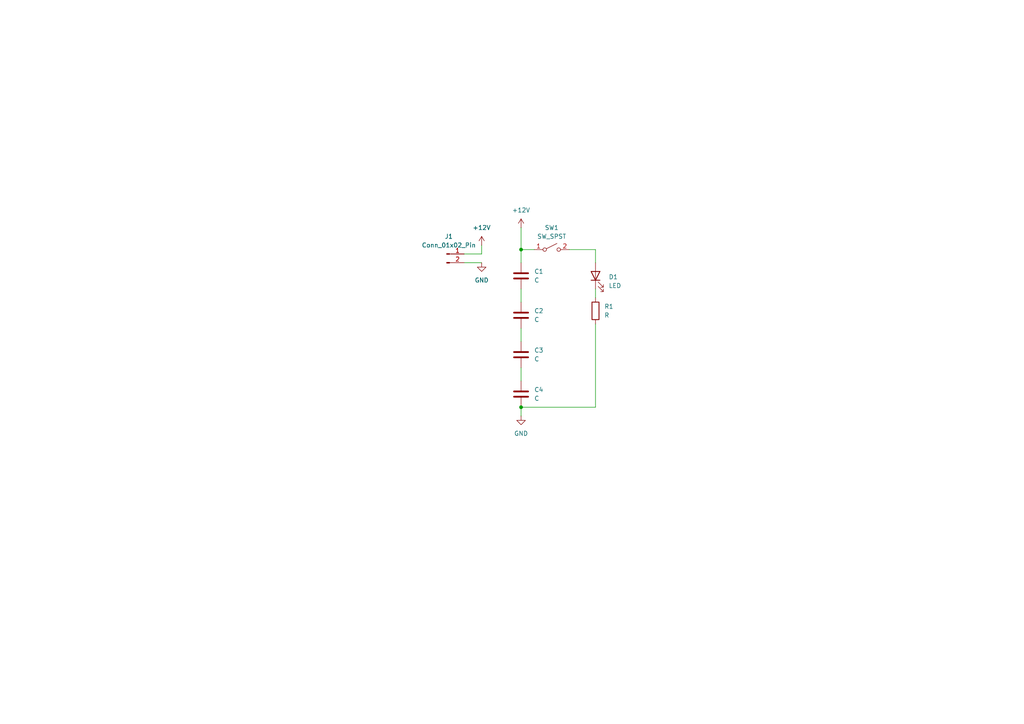
<source format=kicad_sch>
(kicad_sch (version 20250114) (generator "eeschema") (generator_version "9.0")
  (paper "A4")
  (lib_symbols
    (symbol "Connector:Conn_01x02_Pin" (pin_names (offset 1.016) (hide yes))
      (property "Reference" "J" (at 0 2.54 0))
      (property "Value" "Conn_01x02_Pin" (at 0 -5.08 0))
      (symbol "Conn_01x02_Pin_1_1"
        (rectangle (start 0.8636 0.127) (end 0 -0.127) (stroke (width 0.1524)) (fill (type outline)))
        (rectangle (start 0.8636 -2.413) (end 0 -2.667) (stroke (width 0.1524)) (fill (type outline)))
        (polyline (pts (xy 1.27 0) (xy 0.8636 0)) (stroke (width 0.1524)))
        (polyline (pts (xy 1.27 -2.54) (xy 0.8636 -2.54)) (stroke (width 0.1524)))
        (pin passive line (at 5.08 0 180) (length 3.81) (name "Pin_1") (number "1"))
        (pin passive line (at 5.08 -2.54 180) (length 3.81) (name "Pin_2") (number "2"))
      )
    )
    (symbol "Device:C" (pin_numbers (hide yes)) (pin_names (offset 0.254))
      (property "Reference" "C" (at 0.635 2.54 0))
      (property "Value" "C" (at 0.635 -2.54 0))
      (symbol "C_0_1"
        (polyline (pts (xy -2.032 0.762) (xy 2.032 0.762)) (stroke (width 0.508)))
        (polyline (pts (xy -2.032 -0.762) (xy 2.032 -0.762)) (stroke (width 0.508)))
      )
      (symbol "C_1_1"
        (pin passive line (at 0 3.81 270) (length 2.794) (name "~") (number "1"))
        (pin passive line (at 0 -3.81 90) (length 2.794) (name "~") (number "2"))
      )
    )
    (symbol "Device:LED" (pin_numbers (hide yes)) (pin_names (offset 1.016) (hide yes))
      (property "Reference" "D" (at 0 2.54 0))
      (property "Value" "LED" (at 0 -2.54 0))
      (symbol "LED_0_1"
        (polyline (pts (xy -3.048 -0.762) (xy -4.572 -2.286) (xy -3.81 -2.286) (xy -4.572 -2.286) (xy -4.572 -1.524)))
        (polyline (pts (xy -1.778 -0.762) (xy -3.302 -2.286) (xy -2.54 -2.286) (xy -3.302 -2.286) (xy -3.302 -1.524)))
        (polyline (pts (xy -1.27 0) (xy 1.27 0)))
        (polyline (pts (xy -1.27 -1.27) (xy -1.27 1.27)) (stroke (width 0.254)))
        (polyline (pts (xy 1.27 -1.27) (xy 1.27 1.27) (xy -1.27 0) (xy 1.27 -1.27)) (stroke (width 0.254)))
      )
      (symbol "LED_1_1"
        (pin passive line (at -3.81 0 0) (length 2.54) (name "K") (number "1"))
        (pin passive line (at 3.81 0 180) (length 2.54) (name "A") (number "2"))
      )
    )
    (symbol "Device:R" (pin_numbers (hide yes)) (pin_names (offset 0))
      (property "Reference" "R" (at 2.032 0 90))
      (property "Value" "R" (at 0 0 90))
      (symbol "R_0_1"
        (rectangle (start -1.016 -2.54) (end 1.016 2.54) (stroke (width 0.254)))
      )
      (symbol "R_1_1"
        (pin passive line (at 0 3.81 270) (length 1.27) (name "~") (number "1"))
        (pin passive line (at 0 -3.81 90) (length 1.27) (name "~") (number "2"))
      )
    )
    (symbol "Switch:SW_SPST" (pin_names (offset 0) (hide yes))
      (property "Reference" "SW" (at 0 3.175 0))
      (property "Value" "SW_SPST" (at 0 -2.54 0))
      (symbol "SW_SPST_0_0"
        (circle (center -2.032 0) (radius 0.508))
        (polyline (pts (xy -1.524 0.254) (xy 1.524 1.778)))
        (circle (center 2.032 0) (radius 0.508))
      )
      (symbol "SW_SPST_1_1"
        (pin passive line (at -5.08 0 0) (length 2.54) (name "A") (number "1"))
        (pin passive line (at 5.08 0 180) (length 2.54) (name "B") (number "2"))
      )
    )
    (symbol "power:+12V" (power) (pin_numbers (hide yes)) (pin_names (offset 0) (hide yes))
      (property "Value" "+12V" (at 0 3.556 0))
      (symbol "+12V_0_1"
        (polyline (pts (xy -0.762 1.27) (xy 0 2.54)))
        (polyline (pts (xy 0 2.54) (xy 0.762 1.27)))
        (polyline (pts (xy 0 0) (xy 0 2.54)))
      )
      (symbol "+12V_1_1"
        (pin power_in line (at 0 0 90) (length 0) (name "~") (number "1"))
      )
    )
    (symbol "power:GND" (power) (pin_numbers (hide yes)) (pin_names (offset 0) (hide yes))
      (property "Value" "GND" (at 0 -3.81 0))
      (symbol "GND_0_1"
        (polyline (pts (xy 0 0) (xy 0 -1.27) (xy 1.27 -1.27) (xy 0 -2.54) (xy -1.27 -1.27) (xy 0 -1.27)))
      )
      (symbol "GND_1_1"
        (pin power_in line (at 0 0 270) (length 0) (name "~") (number "1"))
      )
    )
  )
  (junction (at 151.13 118.11))
  (junction (at 151.13 72.39))
  (wire (pts (xy 139.7 73.66) (xy 139.7 71.12)))
  (wire (pts (xy 151.13 72.39) (xy 151.13 76.2)))
  (wire (pts (xy 172.72 83.82) (xy 172.72 86.36)))
  (wire (pts (xy 151.13 106.68) (xy 151.13 110.49)))
  (wire (pts (xy 165.1 72.39) (xy 172.72 72.39)))
  (wire (pts (xy 172.72 118.11) (xy 151.13 118.11)))
  (wire (pts (xy 151.13 118.11) (xy 151.13 120.65)))
  (wire (pts (xy 151.13 95.25) (xy 151.13 99.06)))
  (wire (pts (xy 151.13 66.04) (xy 151.13 72.39)))
  (wire (pts (xy 151.13 83.82) (xy 151.13 87.63)))
  (wire (pts (xy 134.62 73.66) (xy 139.7 73.66)))
  (wire (pts (xy 134.62 76.2) (xy 139.7 76.2)))
  (wire (pts (xy 172.72 72.39) (xy 172.72 76.2)))
  (wire (pts (xy 172.72 93.98) (xy 172.72 118.11)))
  (wire (pts (xy 154.94 72.39) (xy 151.13 72.39)))
  (symbol (lib_id "power:GND") (at 151.13 120.65 0) (unit 1)
    (property "Reference" "#PWR04" (effects (hide yes)))
    (property "Value" "GND" (at 151.13 125.73 0))
    (property "Description" "Power symbol creates a global label with name \"GND\" , ground" (effects (hide yes)))
  )
  (symbol (lib_id "Device:C") (at 151.13 91.44 0) (unit 1)
    (property "Reference" "C2" (at 154.94 90.1699 0) (effects (justify left)))
    (property "Value" "C" (at 154.94 92.7099 0) (effects (justify left)))
    (property "Footprint" "Libraryy:SupeCapacitor Through Hole" (effects (hide yes)))
    (property "Description" "Unpolarized capacitor" (effects (hide yes)))
  )
  (symbol (lib_id "Device:R") (at 172.72 90.17 0) (unit 1)
    (property "Reference" "R1" (at 175.26 88.8999 0) (effects (justify left)))
    (property "Value" "R" (at 175.26 91.4399 0) (effects (justify left)))
    (property "Footprint" "Libraryy:Through Hole Resistor" (effects (hide yes)))
    (property "Description" "Resistor" (effects (hide yes)))
  )
  (symbol (lib_id "Device:LED") (at 172.72 80.01 90) (unit 1)
    (property "Reference" "D1" (at 176.53 80.3274 90) (effects (justify right)))
    (property "Value" "LED" (at 176.53 82.8674 90) (effects (justify right)))
    (property "Footprint" "Libraryy:LED Through Hole" (effects (hide yes)))
    (property "Description" "Light emitting diode" (effects (hide yes)))
    (property "Sim.Pins" "1=K 2=A" (effects (hide yes)))
  )
  (symbol (lib_id "Switch:SW_SPST") (at 160.02 72.39 0) (unit 1)
    (property "Reference" "SW1" (at 160.02 66.04 0))
    (property "Value" "SW_SPST" (at 160.02 68.58 0))
    (property "Footprint" "Libraryy:SPST Through Hole Switch" (effects (hide yes)))
    (property "Description" "Single Pole Single Throw (SPST) switch" (effects (hide yes)))
  )
  (symbol (lib_id "power:GND") (at 139.7 76.2 0) (unit 1)
    (property "Reference" "#PWR03" (effects (hide yes)))
    (property "Value" "GND" (at 139.7 81.28 0))
    (property "Description" "Power symbol creates a global label with name \"GND\" , ground" (effects (hide yes)))
  )
  (symbol (lib_id "Device:C") (at 151.13 80.01 0) (unit 1)
    (property "Reference" "C1" (at 154.94 78.7399 0) (effects (justify left)))
    (property "Value" "C" (at 154.94 81.2799 0) (effects (justify left)))
    (property "Footprint" "Libraryy:SupeCapacitor Through Hole" (effects (hide yes)))
    (property "Description" "Unpolarized capacitor" (effects (hide yes)))
  )
  (symbol (lib_id "Device:C") (at 151.13 114.3 0) (unit 1)
    (property "Reference" "C4" (at 154.94 113.0299 0) (effects (justify left)))
    (property "Value" "C" (at 154.94 115.5699 0) (effects (justify left)))
    (property "Footprint" "Libraryy:SupeCapacitor Through Hole" (effects (hide yes)))
    (property "Description" "Unpolarized capacitor" (effects (hide yes)))
  )
  (symbol (lib_id "Connector:Conn_01x02_Pin") (at 129.54 73.66 0) (unit 1)
    (property "Reference" "J1" (at 130.175 68.58 0))
    (property "Value" "Conn_01x02_Pin" (at 130.175 71.12 0))
    (property "Footprint" "Libraryy:XT30PW-F" (effects (hide yes)))
    (property "Description" "Generic connector, single row, 01x02, script generated" (effects (hide yes)))
  )
  (symbol (lib_id "Device:C") (at 151.13 102.87 0) (unit 1)
    (property "Reference" "C3" (at 154.94 101.5999 0) (effects (justify left)))
    (property "Value" "C" (at 154.94 104.1399 0) (effects (justify left)))
    (property "Footprint" "Libraryy:SupeCapacitor Through Hole" (effects (hide yes)))
    (property "Description" "Unpolarized capacitor" (effects (hide yes)))
  )
  (symbol (lib_id "power:+12V") (at 139.7 71.12 0) (unit 1)
    (property "Reference" "#PWR01" (effects (hide yes)))
    (property "Value" "+12V" (at 139.7 66.04 0))
    (property "Description" "Power symbol creates a global label with name \"+12V\"" (effects (hide yes)))
  )
  (symbol (lib_id "power:+12V") (at 151.13 66.04 0) (unit 1)
    (property "Reference" "#PWR02" (effects (hide yes)))
    (property "Value" "+12V" (at 151.13 60.96 0))
    (property "Description" "Power symbol creates a global label with name \"+12V\"" (effects (hide yes)))
  )
)
</source>
